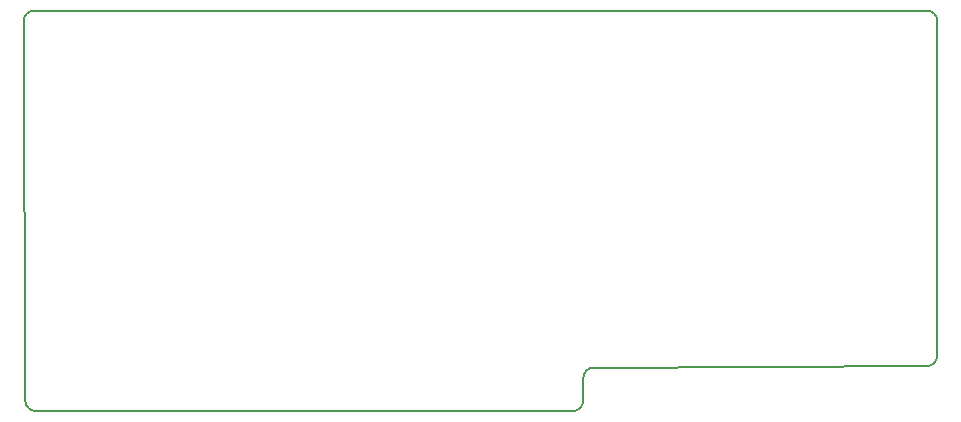
<source format=gbr>
G04 #@! TF.FileFunction,Profile,NP*
%FSLAX46Y46*%
G04 Gerber Fmt 4.6, Leading zero omitted, Abs format (unit mm)*
G04 Created by KiCad (PCBNEW 4.0.7-e2-6376~58~ubuntu16.04.1) date Fri Jan 19 22:13:33 2018*
%MOMM*%
%LPD*%
G01*
G04 APERTURE LIST*
%ADD10C,0.100000*%
%ADD11C,0.150000*%
G04 APERTURE END LIST*
D10*
D11*
X119761000Y-40005000D02*
X127381000Y-40005000D01*
X195326000Y-40005000D02*
X183261000Y-40005000D01*
X196215000Y-40894000D02*
X196215000Y-48641000D01*
X196215000Y-69215000D02*
X196215000Y-54102000D01*
X195326000Y-70104000D02*
X167132000Y-70231000D01*
X165354000Y-73914000D02*
X151511000Y-73914000D01*
X166243000Y-73025000D02*
X166243000Y-71120000D01*
X119888000Y-73914000D02*
X138557000Y-73914000D01*
X118872000Y-40894000D02*
X118999000Y-73025000D01*
X119761000Y-40005000D02*
G75*
G03X118872000Y-40894000I0J-889000D01*
G01*
X196215000Y-40894000D02*
G75*
G03X195326000Y-40005000I-889000J0D01*
G01*
X195326000Y-70104000D02*
G75*
G03X196215000Y-69215000I0J889000D01*
G01*
X167132000Y-70231000D02*
G75*
G03X166243000Y-71120000I0J-889000D01*
G01*
X165354000Y-73914000D02*
G75*
G03X166243000Y-73025000I0J889000D01*
G01*
X118999000Y-73025000D02*
G75*
G03X119888000Y-73914000I889000J0D01*
G01*
X151511000Y-73914000D02*
X138557000Y-73914000D01*
X196215000Y-48641000D02*
X196215000Y-54102000D01*
X167386000Y-40005000D02*
X183261000Y-40005000D01*
X149860000Y-40005000D02*
X167386000Y-40005000D01*
X138938000Y-40005000D02*
X149860000Y-40005000D01*
X127254000Y-40005000D02*
X138938000Y-40005000D01*
M02*

</source>
